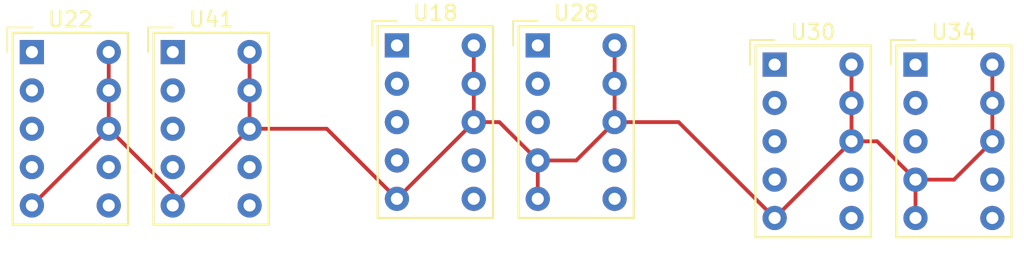
<source format=kicad_pcb>
(kicad_pcb (version 20171130) (host pcbnew "(5.1.9)-1")

  (general
    (thickness 1.6)
    (drawings 0)
    (tracks 32)
    (zones 0)
    (modules 6)
    (nets 36)
  )

  (page A4)
  (layers
    (0 F.Cu signal)
    (31 B.Cu signal)
    (32 B.Adhes user)
    (33 F.Adhes user)
    (34 B.Paste user)
    (35 F.Paste user)
    (36 B.SilkS user)
    (37 F.SilkS user)
    (38 B.Mask user)
    (39 F.Mask user)
    (40 Dwgs.User user)
    (41 Cmts.User user)
    (42 Eco1.User user)
    (43 Eco2.User user)
    (44 Edge.Cuts user)
    (45 Margin user)
    (46 B.CrtYd user)
    (47 F.CrtYd user)
    (48 B.Fab user)
    (49 F.Fab user)
  )

  (setup
    (last_trace_width 0.25)
    (user_trace_width 0.25)
    (trace_clearance 0.2)
    (zone_clearance 0.508)
    (zone_45_only no)
    (trace_min 0.2)
    (via_size 0.8)
    (via_drill 0.4)
    (via_min_size 0.4)
    (via_min_drill 0.3)
    (uvia_size 0.3)
    (uvia_drill 0.1)
    (uvias_allowed no)
    (uvia_min_size 0.2)
    (uvia_min_drill 0.1)
    (edge_width 0.05)
    (segment_width 0.2)
    (pcb_text_width 0.3)
    (pcb_text_size 1.5 1.5)
    (mod_edge_width 0.12)
    (mod_text_size 1 1)
    (mod_text_width 0.15)
    (pad_size 1.524 1.524)
    (pad_drill 0.762)
    (pad_to_mask_clearance 0)
    (aux_axis_origin 0 0)
    (visible_elements FFFFFF7F)
    (pcbplotparams
      (layerselection 0x010fc_ffffffff)
      (usegerberextensions false)
      (usegerberattributes true)
      (usegerberadvancedattributes true)
      (creategerberjobfile true)
      (excludeedgelayer true)
      (linewidth 0.100000)
      (plotframeref false)
      (viasonmask false)
      (mode 1)
      (useauxorigin false)
      (hpglpennumber 1)
      (hpglpenspeed 20)
      (hpglpendiameter 15.000000)
      (psnegative false)
      (psa4output false)
      (plotreference true)
      (plotvalue true)
      (plotinvisibletext false)
      (padsonsilk false)
      (subtractmaskfromsilk false)
      (outputformat 1)
      (mirror false)
      (drillshape 1)
      (scaleselection 1)
      (outputdirectory ""))
  )

  (net 0 "")
  (net 1 "Net-(U18-Pad1)")
  (net 2 "Net-(U16-Pad15)")
  (net 3 "Net-(U12-Pad15)")
  (net 4 "Net-(U17-Pad1)")
  (net 5 GND)
  (net 6 "Net-(U18-Pad6)")
  (net 7 "Net-(U12-Pad1)")
  (net 8 "Net-(U2-Pad15)")
  (net 9 "Net-(U22-Pad6)")
  (net 10 "Net-(U20-Pad1)")
  (net 11 "Net-(U14-Pad1)")
  (net 12 "Net-(U14-Pad15)")
  (net 13 "Net-(U22-Pad1)")
  (net 14 "Net-(U15-Pad15)")
  (net 15 "Net-(U28-Pad6)")
  (net 16 "Net-(U19-Pad2)")
  (net 17 "Net-(U10-Pad2)")
  (net 18 "Net-(U28-Pad1)")
  (net 19 "Net-(U30-Pad1)")
  (net 20 "Net-(U30-Pad2)")
  (net 21 "Net-(U30-Pad3)")
  (net 22 "Net-(U29-Pad2)")
  (net 23 "Net-(U30-Pad6)")
  (net 24 "Net-(U30-Pad7)")
  (net 25 "Net-(U33-Pad15)")
  (net 26 "Net-(U34-Pad6)")
  (net 27 "Net-(U34-Pad3)")
  (net 28 "Net-(U34-Pad2)")
  (net 29 "Net-(U34-Pad1)")
  (net 30 "Net-(U41-Pad1)")
  (net 31 "Net-(U41-Pad2)")
  (net 32 "Net-(U41-Pad3)")
  (net 33 "Net-(U36-Pad1)")
  (net 34 "Net-(U41-Pad6)")
  (net 35 "Net-(U32-Pad15)")

  (net_class Default "This is the default net class."
    (clearance 0.2)
    (trace_width 0.25)
    (via_dia 0.8)
    (via_drill 0.4)
    (uvia_dia 0.3)
    (uvia_drill 0.1)
    (add_net GND)
    (add_net "Net-(U10-Pad2)")
    (add_net "Net-(U12-Pad1)")
    (add_net "Net-(U12-Pad15)")
    (add_net "Net-(U14-Pad1)")
    (add_net "Net-(U14-Pad15)")
    (add_net "Net-(U15-Pad15)")
    (add_net "Net-(U16-Pad15)")
    (add_net "Net-(U17-Pad1)")
    (add_net "Net-(U18-Pad1)")
    (add_net "Net-(U18-Pad6)")
    (add_net "Net-(U19-Pad2)")
    (add_net "Net-(U2-Pad15)")
    (add_net "Net-(U20-Pad1)")
    (add_net "Net-(U22-Pad1)")
    (add_net "Net-(U22-Pad6)")
    (add_net "Net-(U28-Pad1)")
    (add_net "Net-(U28-Pad6)")
    (add_net "Net-(U29-Pad2)")
    (add_net "Net-(U30-Pad1)")
    (add_net "Net-(U30-Pad2)")
    (add_net "Net-(U30-Pad3)")
    (add_net "Net-(U30-Pad6)")
    (add_net "Net-(U30-Pad7)")
    (add_net "Net-(U32-Pad15)")
    (add_net "Net-(U33-Pad15)")
    (add_net "Net-(U34-Pad1)")
    (add_net "Net-(U34-Pad2)")
    (add_net "Net-(U34-Pad3)")
    (add_net "Net-(U34-Pad6)")
    (add_net "Net-(U36-Pad1)")
    (add_net "Net-(U41-Pad1)")
    (add_net "Net-(U41-Pad2)")
    (add_net "Net-(U41-Pad3)")
    (add_net "Net-(U41-Pad6)")
  )

  (module Display_7Segment:HDSP-7401 (layer F.Cu) (tedit 5A9EC768) (tstamp 606397AE)
    (at 53.760001 76.620001)
    (descr "One digit 7 segment yellow, https://docs.broadcom.com/docs/AV02-2553EN")
    (tags "One digit 7 segment yellow")
    (path /6065F1A3)
    (fp_text reference U18 (at 2.54 -2.159) (layer F.SilkS)
      (effects (font (size 1 1) (thickness 0.15)))
    )
    (fp_text value HDSP-7403 (at 2.54 12.7) (layer F.Fab)
      (effects (font (size 1 1) (thickness 0.15)))
    )
    (fp_line (start -1.63 -1.63) (end 0 -1.63) (layer F.SilkS) (width 0.12))
    (fp_line (start -1.63 0) (end -1.63 -1.63) (layer F.SilkS) (width 0.12))
    (fp_line (start 6.35 -1.27) (end -1.27 -1.27) (layer F.SilkS) (width 0.15))
    (fp_line (start -1.27 -1.27) (end -1.27 11.43) (layer F.SilkS) (width 0.15))
    (fp_line (start -1.27 11.43) (end 6.35 11.43) (layer F.SilkS) (width 0.15))
    (fp_line (start 6.35 11.43) (end 6.35 -1.27) (layer F.SilkS) (width 0.15))
    (fp_line (start 6.2 -1.1) (end 6.2 11.3) (layer F.Fab) (width 0.1))
    (fp_line (start 6.2 11.3) (end -1.1 11.3) (layer F.Fab) (width 0.1))
    (fp_line (start -1.1 11.3) (end -1.1 -0.1) (layer F.Fab) (width 0.1))
    (fp_line (start -1.1 -0.1) (end -0.1 -1.1) (layer F.Fab) (width 0.1))
    (fp_line (start -0.1 -1.1) (end 6.2 -1.1) (layer F.Fab) (width 0.1))
    (fp_line (start 6.6 -1.5) (end 6.6 11.7) (layer F.CrtYd) (width 0.05))
    (fp_line (start 6.6 11.7) (end -1.5 11.7) (layer F.CrtYd) (width 0.05))
    (fp_line (start -1.5 11.7) (end -1.5 -1.5) (layer F.CrtYd) (width 0.05))
    (fp_line (start -1.5 -1.5) (end 6.6 -1.5) (layer F.CrtYd) (width 0.05))
    (fp_text user %R (at 2.573 5.08) (layer F.Fab)
      (effects (font (size 1 1) (thickness 0.15)))
    )
    (pad 1 thru_hole rect (at 0 0) (size 1.6 1.6) (drill 0.8) (layers *.Cu *.Mask)
      (net 1 "Net-(U18-Pad1)"))
    (pad 2 thru_hole circle (at 0 2.54) (size 1.6 1.6) (drill 0.8) (layers *.Cu *.Mask)
      (net 2 "Net-(U16-Pad15)"))
    (pad 3 thru_hole circle (at 0 5.08) (size 1.6 1.6) (drill 0.8) (layers *.Cu *.Mask)
      (net 3 "Net-(U12-Pad15)"))
    (pad 4 thru_hole circle (at 0 7.62) (size 1.6 1.6) (drill 0.8) (layers *.Cu *.Mask)
      (net 4 "Net-(U17-Pad1)"))
    (pad 5 thru_hole circle (at 0 10.16) (size 1.6 1.6) (drill 0.8) (layers *.Cu *.Mask)
      (net 5 GND))
    (pad 6 thru_hole circle (at 5.08 10.16) (size 1.6 1.6) (drill 0.8) (layers *.Cu *.Mask)
      (net 6 "Net-(U18-Pad6)"))
    (pad 7 thru_hole circle (at 5.08 7.62) (size 1.6 1.6) (drill 0.8) (layers *.Cu *.Mask)
      (net 7 "Net-(U12-Pad1)"))
    (pad 8 thru_hole circle (at 5.08 5.08) (size 1.6 1.6) (drill 0.8) (layers *.Cu *.Mask)
      (net 5 GND))
    (pad 9 thru_hole circle (at 5.08 2.54) (size 1.6 1.6) (drill 0.8) (layers *.Cu *.Mask)
      (net 5 GND))
    (pad 10 thru_hole circle (at 5.08 0) (size 1.6 1.6) (drill 0.8) (layers *.Cu *.Mask)
      (net 5 GND))
    (model ${KISYS3DMOD}/Display_7Segment.3dshapes/HDSP-7401.wrl
      (at (xyz 0 0 0))
      (scale (xyz 1 1 1))
      (rotate (xyz 0 0 0))
    )
  )

  (module Display_7Segment:HDSP-7401 (layer F.Cu) (tedit 5A9EC768) (tstamp 606397CC)
    (at 29.630001 77.060001)
    (descr "One digit 7 segment yellow, https://docs.broadcom.com/docs/AV02-2553EN")
    (tags "One digit 7 segment yellow")
    (path /6065F4D3)
    (fp_text reference U22 (at 2.54 -2.159) (layer F.SilkS)
      (effects (font (size 1 1) (thickness 0.15)))
    )
    (fp_text value HDSP-7403 (at 2.54 12.7) (layer F.Fab)
      (effects (font (size 1 1) (thickness 0.15)))
    )
    (fp_text user %R (at 2.573 5.08) (layer F.Fab)
      (effects (font (size 1 1) (thickness 0.15)))
    )
    (fp_line (start -1.5 -1.5) (end 6.6 -1.5) (layer F.CrtYd) (width 0.05))
    (fp_line (start -1.5 11.7) (end -1.5 -1.5) (layer F.CrtYd) (width 0.05))
    (fp_line (start 6.6 11.7) (end -1.5 11.7) (layer F.CrtYd) (width 0.05))
    (fp_line (start 6.6 -1.5) (end 6.6 11.7) (layer F.CrtYd) (width 0.05))
    (fp_line (start -0.1 -1.1) (end 6.2 -1.1) (layer F.Fab) (width 0.1))
    (fp_line (start -1.1 -0.1) (end -0.1 -1.1) (layer F.Fab) (width 0.1))
    (fp_line (start -1.1 11.3) (end -1.1 -0.1) (layer F.Fab) (width 0.1))
    (fp_line (start 6.2 11.3) (end -1.1 11.3) (layer F.Fab) (width 0.1))
    (fp_line (start 6.2 -1.1) (end 6.2 11.3) (layer F.Fab) (width 0.1))
    (fp_line (start 6.35 11.43) (end 6.35 -1.27) (layer F.SilkS) (width 0.15))
    (fp_line (start -1.27 11.43) (end 6.35 11.43) (layer F.SilkS) (width 0.15))
    (fp_line (start -1.27 -1.27) (end -1.27 11.43) (layer F.SilkS) (width 0.15))
    (fp_line (start 6.35 -1.27) (end -1.27 -1.27) (layer F.SilkS) (width 0.15))
    (fp_line (start -1.63 0) (end -1.63 -1.63) (layer F.SilkS) (width 0.12))
    (fp_line (start -1.63 -1.63) (end 0 -1.63) (layer F.SilkS) (width 0.12))
    (pad 10 thru_hole circle (at 5.08 0) (size 1.6 1.6) (drill 0.8) (layers *.Cu *.Mask)
      (net 5 GND))
    (pad 9 thru_hole circle (at 5.08 2.54) (size 1.6 1.6) (drill 0.8) (layers *.Cu *.Mask)
      (net 5 GND))
    (pad 8 thru_hole circle (at 5.08 5.08) (size 1.6 1.6) (drill 0.8) (layers *.Cu *.Mask)
      (net 5 GND))
    (pad 7 thru_hole circle (at 5.08 7.62) (size 1.6 1.6) (drill 0.8) (layers *.Cu *.Mask)
      (net 8 "Net-(U2-Pad15)"))
    (pad 6 thru_hole circle (at 5.08 10.16) (size 1.6 1.6) (drill 0.8) (layers *.Cu *.Mask)
      (net 9 "Net-(U22-Pad6)"))
    (pad 5 thru_hole circle (at 0 10.16) (size 1.6 1.6) (drill 0.8) (layers *.Cu *.Mask)
      (net 5 GND))
    (pad 4 thru_hole circle (at 0 7.62) (size 1.6 1.6) (drill 0.8) (layers *.Cu *.Mask)
      (net 10 "Net-(U20-Pad1)"))
    (pad 3 thru_hole circle (at 0 5.08) (size 1.6 1.6) (drill 0.8) (layers *.Cu *.Mask)
      (net 11 "Net-(U14-Pad1)"))
    (pad 2 thru_hole circle (at 0 2.54) (size 1.6 1.6) (drill 0.8) (layers *.Cu *.Mask)
      (net 12 "Net-(U14-Pad15)"))
    (pad 1 thru_hole rect (at 0 0) (size 1.6 1.6) (drill 0.8) (layers *.Cu *.Mask)
      (net 13 "Net-(U22-Pad1)"))
    (model ${KISYS3DMOD}/Display_7Segment.3dshapes/HDSP-7401.wrl
      (at (xyz 0 0 0))
      (scale (xyz 1 1 1))
      (rotate (xyz 0 0 0))
    )
  )

  (module Display_7Segment:HDSP-7401 (layer F.Cu) (tedit 5A9EC768) (tstamp 606397EA)
    (at 63.070001 76.620001)
    (descr "One digit 7 segment yellow, https://docs.broadcom.com/docs/AV02-2553EN")
    (tags "One digit 7 segment yellow")
    (path /6065E119)
    (fp_text reference U28 (at 2.54 -2.159) (layer F.SilkS)
      (effects (font (size 1 1) (thickness 0.15)))
    )
    (fp_text value HDSP-7403 (at 2.54 12.7) (layer F.Fab)
      (effects (font (size 1 1) (thickness 0.15)))
    )
    (fp_text user %R (at 2.573 5.08) (layer F.Fab)
      (effects (font (size 1 1) (thickness 0.15)))
    )
    (fp_line (start -1.5 -1.5) (end 6.6 -1.5) (layer F.CrtYd) (width 0.05))
    (fp_line (start -1.5 11.7) (end -1.5 -1.5) (layer F.CrtYd) (width 0.05))
    (fp_line (start 6.6 11.7) (end -1.5 11.7) (layer F.CrtYd) (width 0.05))
    (fp_line (start 6.6 -1.5) (end 6.6 11.7) (layer F.CrtYd) (width 0.05))
    (fp_line (start -0.1 -1.1) (end 6.2 -1.1) (layer F.Fab) (width 0.1))
    (fp_line (start -1.1 -0.1) (end -0.1 -1.1) (layer F.Fab) (width 0.1))
    (fp_line (start -1.1 11.3) (end -1.1 -0.1) (layer F.Fab) (width 0.1))
    (fp_line (start 6.2 11.3) (end -1.1 11.3) (layer F.Fab) (width 0.1))
    (fp_line (start 6.2 -1.1) (end 6.2 11.3) (layer F.Fab) (width 0.1))
    (fp_line (start 6.35 11.43) (end 6.35 -1.27) (layer F.SilkS) (width 0.15))
    (fp_line (start -1.27 11.43) (end 6.35 11.43) (layer F.SilkS) (width 0.15))
    (fp_line (start -1.27 -1.27) (end -1.27 11.43) (layer F.SilkS) (width 0.15))
    (fp_line (start 6.35 -1.27) (end -1.27 -1.27) (layer F.SilkS) (width 0.15))
    (fp_line (start -1.63 0) (end -1.63 -1.63) (layer F.SilkS) (width 0.12))
    (fp_line (start -1.63 -1.63) (end 0 -1.63) (layer F.SilkS) (width 0.12))
    (pad 10 thru_hole circle (at 5.08 0) (size 1.6 1.6) (drill 0.8) (layers *.Cu *.Mask)
      (net 5 GND))
    (pad 9 thru_hole circle (at 5.08 2.54) (size 1.6 1.6) (drill 0.8) (layers *.Cu *.Mask)
      (net 5 GND))
    (pad 8 thru_hole circle (at 5.08 5.08) (size 1.6 1.6) (drill 0.8) (layers *.Cu *.Mask)
      (net 5 GND))
    (pad 7 thru_hole circle (at 5.08 7.62) (size 1.6 1.6) (drill 0.8) (layers *.Cu *.Mask)
      (net 14 "Net-(U15-Pad15)"))
    (pad 6 thru_hole circle (at 5.08 10.16) (size 1.6 1.6) (drill 0.8) (layers *.Cu *.Mask)
      (net 15 "Net-(U28-Pad6)"))
    (pad 5 thru_hole circle (at 0 10.16) (size 1.6 1.6) (drill 0.8) (layers *.Cu *.Mask)
      (net 5 GND))
    (pad 4 thru_hole circle (at 0 7.62) (size 1.6 1.6) (drill 0.8) (layers *.Cu *.Mask)
      (net 5 GND))
    (pad 3 thru_hole circle (at 0 5.08) (size 1.6 1.6) (drill 0.8) (layers *.Cu *.Mask)
      (net 16 "Net-(U19-Pad2)"))
    (pad 2 thru_hole circle (at 0 2.54) (size 1.6 1.6) (drill 0.8) (layers *.Cu *.Mask)
      (net 17 "Net-(U10-Pad2)"))
    (pad 1 thru_hole rect (at 0 0) (size 1.6 1.6) (drill 0.8) (layers *.Cu *.Mask)
      (net 18 "Net-(U28-Pad1)"))
    (model ${KISYS3DMOD}/Display_7Segment.3dshapes/HDSP-7401.wrl
      (at (xyz 0 0 0))
      (scale (xyz 1 1 1))
      (rotate (xyz 0 0 0))
    )
  )

  (module Display_7Segment:HDSP-7401 (layer F.Cu) (tedit 5A9EC768) (tstamp 60639808)
    (at 78.730001 77.890001)
    (descr "One digit 7 segment yellow, https://docs.broadcom.com/docs/AV02-2553EN")
    (tags "One digit 7 segment yellow")
    (path /6065CD07)
    (fp_text reference U30 (at 2.54 -2.159) (layer F.SilkS)
      (effects (font (size 1 1) (thickness 0.15)))
    )
    (fp_text value HDSP-7403 (at 2.54 12.7) (layer F.Fab)
      (effects (font (size 1 1) (thickness 0.15)))
    )
    (fp_line (start -1.63 -1.63) (end 0 -1.63) (layer F.SilkS) (width 0.12))
    (fp_line (start -1.63 0) (end -1.63 -1.63) (layer F.SilkS) (width 0.12))
    (fp_line (start 6.35 -1.27) (end -1.27 -1.27) (layer F.SilkS) (width 0.15))
    (fp_line (start -1.27 -1.27) (end -1.27 11.43) (layer F.SilkS) (width 0.15))
    (fp_line (start -1.27 11.43) (end 6.35 11.43) (layer F.SilkS) (width 0.15))
    (fp_line (start 6.35 11.43) (end 6.35 -1.27) (layer F.SilkS) (width 0.15))
    (fp_line (start 6.2 -1.1) (end 6.2 11.3) (layer F.Fab) (width 0.1))
    (fp_line (start 6.2 11.3) (end -1.1 11.3) (layer F.Fab) (width 0.1))
    (fp_line (start -1.1 11.3) (end -1.1 -0.1) (layer F.Fab) (width 0.1))
    (fp_line (start -1.1 -0.1) (end -0.1 -1.1) (layer F.Fab) (width 0.1))
    (fp_line (start -0.1 -1.1) (end 6.2 -1.1) (layer F.Fab) (width 0.1))
    (fp_line (start 6.6 -1.5) (end 6.6 11.7) (layer F.CrtYd) (width 0.05))
    (fp_line (start 6.6 11.7) (end -1.5 11.7) (layer F.CrtYd) (width 0.05))
    (fp_line (start -1.5 11.7) (end -1.5 -1.5) (layer F.CrtYd) (width 0.05))
    (fp_line (start -1.5 -1.5) (end 6.6 -1.5) (layer F.CrtYd) (width 0.05))
    (fp_text user %R (at 2.573 5.08) (layer F.Fab)
      (effects (font (size 1 1) (thickness 0.15)))
    )
    (pad 1 thru_hole rect (at 0 0) (size 1.6 1.6) (drill 0.8) (layers *.Cu *.Mask)
      (net 19 "Net-(U30-Pad1)"))
    (pad 2 thru_hole circle (at 0 2.54) (size 1.6 1.6) (drill 0.8) (layers *.Cu *.Mask)
      (net 20 "Net-(U30-Pad2)"))
    (pad 3 thru_hole circle (at 0 5.08) (size 1.6 1.6) (drill 0.8) (layers *.Cu *.Mask)
      (net 21 "Net-(U30-Pad3)"))
    (pad 4 thru_hole circle (at 0 7.62) (size 1.6 1.6) (drill 0.8) (layers *.Cu *.Mask)
      (net 22 "Net-(U29-Pad2)"))
    (pad 5 thru_hole circle (at 0 10.16) (size 1.6 1.6) (drill 0.8) (layers *.Cu *.Mask)
      (net 5 GND))
    (pad 6 thru_hole circle (at 5.08 10.16) (size 1.6 1.6) (drill 0.8) (layers *.Cu *.Mask)
      (net 23 "Net-(U30-Pad6)"))
    (pad 7 thru_hole circle (at 5.08 7.62) (size 1.6 1.6) (drill 0.8) (layers *.Cu *.Mask)
      (net 24 "Net-(U30-Pad7)"))
    (pad 8 thru_hole circle (at 5.08 5.08) (size 1.6 1.6) (drill 0.8) (layers *.Cu *.Mask)
      (net 5 GND))
    (pad 9 thru_hole circle (at 5.08 2.54) (size 1.6 1.6) (drill 0.8) (layers *.Cu *.Mask)
      (net 5 GND))
    (pad 10 thru_hole circle (at 5.08 0) (size 1.6 1.6) (drill 0.8) (layers *.Cu *.Mask)
      (net 5 GND))
    (model ${KISYS3DMOD}/Display_7Segment.3dshapes/HDSP-7401.wrl
      (at (xyz 0 0 0))
      (scale (xyz 1 1 1))
      (rotate (xyz 0 0 0))
    )
  )

  (module Display_7Segment:HDSP-7401 (layer F.Cu) (tedit 5A9EC768) (tstamp 60639826)
    (at 88.040001 77.890001)
    (descr "One digit 7 segment yellow, https://docs.broadcom.com/docs/AV02-2553EN")
    (tags "One digit 7 segment yellow")
    (path /6065B29E)
    (fp_text reference U34 (at 2.54 -2.159) (layer F.SilkS)
      (effects (font (size 1 1) (thickness 0.15)))
    )
    (fp_text value HDSP-7403 (at 2.54 12.7) (layer F.Fab)
      (effects (font (size 1 1) (thickness 0.15)))
    )
    (fp_text user %R (at 2.573 5.08) (layer F.Fab)
      (effects (font (size 1 1) (thickness 0.15)))
    )
    (fp_line (start -1.5 -1.5) (end 6.6 -1.5) (layer F.CrtYd) (width 0.05))
    (fp_line (start -1.5 11.7) (end -1.5 -1.5) (layer F.CrtYd) (width 0.05))
    (fp_line (start 6.6 11.7) (end -1.5 11.7) (layer F.CrtYd) (width 0.05))
    (fp_line (start 6.6 -1.5) (end 6.6 11.7) (layer F.CrtYd) (width 0.05))
    (fp_line (start -0.1 -1.1) (end 6.2 -1.1) (layer F.Fab) (width 0.1))
    (fp_line (start -1.1 -0.1) (end -0.1 -1.1) (layer F.Fab) (width 0.1))
    (fp_line (start -1.1 11.3) (end -1.1 -0.1) (layer F.Fab) (width 0.1))
    (fp_line (start 6.2 11.3) (end -1.1 11.3) (layer F.Fab) (width 0.1))
    (fp_line (start 6.2 -1.1) (end 6.2 11.3) (layer F.Fab) (width 0.1))
    (fp_line (start 6.35 11.43) (end 6.35 -1.27) (layer F.SilkS) (width 0.15))
    (fp_line (start -1.27 11.43) (end 6.35 11.43) (layer F.SilkS) (width 0.15))
    (fp_line (start -1.27 -1.27) (end -1.27 11.43) (layer F.SilkS) (width 0.15))
    (fp_line (start 6.35 -1.27) (end -1.27 -1.27) (layer F.SilkS) (width 0.15))
    (fp_line (start -1.63 0) (end -1.63 -1.63) (layer F.SilkS) (width 0.12))
    (fp_line (start -1.63 -1.63) (end 0 -1.63) (layer F.SilkS) (width 0.12))
    (pad 10 thru_hole circle (at 5.08 0) (size 1.6 1.6) (drill 0.8) (layers *.Cu *.Mask)
      (net 5 GND))
    (pad 9 thru_hole circle (at 5.08 2.54) (size 1.6 1.6) (drill 0.8) (layers *.Cu *.Mask)
      (net 5 GND))
    (pad 8 thru_hole circle (at 5.08 5.08) (size 1.6 1.6) (drill 0.8) (layers *.Cu *.Mask)
      (net 5 GND))
    (pad 7 thru_hole circle (at 5.08 7.62) (size 1.6 1.6) (drill 0.8) (layers *.Cu *.Mask)
      (net 25 "Net-(U33-Pad15)"))
    (pad 6 thru_hole circle (at 5.08 10.16) (size 1.6 1.6) (drill 0.8) (layers *.Cu *.Mask)
      (net 26 "Net-(U34-Pad6)"))
    (pad 5 thru_hole circle (at 0 10.16) (size 1.6 1.6) (drill 0.8) (layers *.Cu *.Mask)
      (net 5 GND))
    (pad 4 thru_hole circle (at 0 7.62) (size 1.6 1.6) (drill 0.8) (layers *.Cu *.Mask)
      (net 5 GND))
    (pad 3 thru_hole circle (at 0 5.08) (size 1.6 1.6) (drill 0.8) (layers *.Cu *.Mask)
      (net 27 "Net-(U34-Pad3)"))
    (pad 2 thru_hole circle (at 0 2.54) (size 1.6 1.6) (drill 0.8) (layers *.Cu *.Mask)
      (net 28 "Net-(U34-Pad2)"))
    (pad 1 thru_hole rect (at 0 0) (size 1.6 1.6) (drill 0.8) (layers *.Cu *.Mask)
      (net 29 "Net-(U34-Pad1)"))
    (model ${KISYS3DMOD}/Display_7Segment.3dshapes/HDSP-7401.wrl
      (at (xyz 0 0 0))
      (scale (xyz 1 1 1))
      (rotate (xyz 0 0 0))
    )
  )

  (module Display_7Segment:HDSP-7401 (layer F.Cu) (tedit 5A9EC768) (tstamp 60639844)
    (at 38.940001 77.060001)
    (descr "One digit 7 segment yellow, https://docs.broadcom.com/docs/AV02-2553EN")
    (tags "One digit 7 segment yellow")
    (path /6065A204)
    (fp_text reference U41 (at 2.54 -2.159) (layer F.SilkS)
      (effects (font (size 1 1) (thickness 0.15)))
    )
    (fp_text value HDSP-7403 (at 2.54 12.7) (layer F.Fab)
      (effects (font (size 1 1) (thickness 0.15)))
    )
    (fp_line (start -1.63 -1.63) (end 0 -1.63) (layer F.SilkS) (width 0.12))
    (fp_line (start -1.63 0) (end -1.63 -1.63) (layer F.SilkS) (width 0.12))
    (fp_line (start 6.35 -1.27) (end -1.27 -1.27) (layer F.SilkS) (width 0.15))
    (fp_line (start -1.27 -1.27) (end -1.27 11.43) (layer F.SilkS) (width 0.15))
    (fp_line (start -1.27 11.43) (end 6.35 11.43) (layer F.SilkS) (width 0.15))
    (fp_line (start 6.35 11.43) (end 6.35 -1.27) (layer F.SilkS) (width 0.15))
    (fp_line (start 6.2 -1.1) (end 6.2 11.3) (layer F.Fab) (width 0.1))
    (fp_line (start 6.2 11.3) (end -1.1 11.3) (layer F.Fab) (width 0.1))
    (fp_line (start -1.1 11.3) (end -1.1 -0.1) (layer F.Fab) (width 0.1))
    (fp_line (start -1.1 -0.1) (end -0.1 -1.1) (layer F.Fab) (width 0.1))
    (fp_line (start -0.1 -1.1) (end 6.2 -1.1) (layer F.Fab) (width 0.1))
    (fp_line (start 6.6 -1.5) (end 6.6 11.7) (layer F.CrtYd) (width 0.05))
    (fp_line (start 6.6 11.7) (end -1.5 11.7) (layer F.CrtYd) (width 0.05))
    (fp_line (start -1.5 11.7) (end -1.5 -1.5) (layer F.CrtYd) (width 0.05))
    (fp_line (start -1.5 -1.5) (end 6.6 -1.5) (layer F.CrtYd) (width 0.05))
    (fp_text user %R (at 2.573 5.08) (layer F.Fab)
      (effects (font (size 1 1) (thickness 0.15)))
    )
    (pad 1 thru_hole rect (at 0 0) (size 1.6 1.6) (drill 0.8) (layers *.Cu *.Mask)
      (net 30 "Net-(U41-Pad1)"))
    (pad 2 thru_hole circle (at 0 2.54) (size 1.6 1.6) (drill 0.8) (layers *.Cu *.Mask)
      (net 31 "Net-(U41-Pad2)"))
    (pad 3 thru_hole circle (at 0 5.08) (size 1.6 1.6) (drill 0.8) (layers *.Cu *.Mask)
      (net 32 "Net-(U41-Pad3)"))
    (pad 4 thru_hole circle (at 0 7.62) (size 1.6 1.6) (drill 0.8) (layers *.Cu *.Mask)
      (net 33 "Net-(U36-Pad1)"))
    (pad 5 thru_hole circle (at 0 10.16) (size 1.6 1.6) (drill 0.8) (layers *.Cu *.Mask)
      (net 5 GND))
    (pad 6 thru_hole circle (at 5.08 10.16) (size 1.6 1.6) (drill 0.8) (layers *.Cu *.Mask)
      (net 34 "Net-(U41-Pad6)"))
    (pad 7 thru_hole circle (at 5.08 7.62) (size 1.6 1.6) (drill 0.8) (layers *.Cu *.Mask)
      (net 35 "Net-(U32-Pad15)"))
    (pad 8 thru_hole circle (at 5.08 5.08) (size 1.6 1.6) (drill 0.8) (layers *.Cu *.Mask)
      (net 5 GND))
    (pad 9 thru_hole circle (at 5.08 2.54) (size 1.6 1.6) (drill 0.8) (layers *.Cu *.Mask)
      (net 5 GND))
    (pad 10 thru_hole circle (at 5.08 0) (size 1.6 1.6) (drill 0.8) (layers *.Cu *.Mask)
      (net 5 GND))
    (model ${KISYS3DMOD}/Display_7Segment.3dshapes/HDSP-7401.wrl
      (at (xyz 0 0 0))
      (scale (xyz 1 1 1))
      (rotate (xyz 0 0 0))
    )
  )

  (segment (start 29.630001 87.220001) (end 34.710001 82.140001) (width 0.25) (layer F.Cu) (net 5))
  (segment (start 34.710001 79.600001) (end 34.710001 82.140001) (width 0.25) (layer F.Cu) (net 5))
  (segment (start 34.710001 77.060001) (end 34.710001 79.600001) (width 0.25) (layer F.Cu) (net 5))
  (segment (start 38.940001 86.370001) (end 38.940001 87.220001) (width 0.25) (layer F.Cu) (net 5))
  (segment (start 34.710001 82.140001) (end 38.940001 86.370001) (width 0.25) (layer F.Cu) (net 5))
  (segment (start 38.940001 87.220001) (end 44.020001 82.140001) (width 0.25) (layer F.Cu) (net 5))
  (segment (start 44.020001 82.140001) (end 44.020001 79.600001) (width 0.25) (layer F.Cu) (net 5))
  (segment (start 44.020001 79.600001) (end 44.020001 77.060001) (width 0.25) (layer F.Cu) (net 5))
  (segment (start 49.120001 82.140001) (end 53.760001 86.780001) (width 0.25) (layer F.Cu) (net 5))
  (segment (start 44.020001 82.140001) (end 49.120001 82.140001) (width 0.25) (layer F.Cu) (net 5))
  (segment (start 53.760001 86.780001) (end 58.840001 81.700001) (width 0.25) (layer F.Cu) (net 5))
  (segment (start 58.840001 81.700001) (end 58.840001 79.160001) (width 0.25) (layer F.Cu) (net 5))
  (segment (start 58.840001 76.620001) (end 58.840001 79.160001) (width 0.25) (layer F.Cu) (net 5))
  (segment (start 60.530001 81.700001) (end 63.070001 84.240001) (width 0.25) (layer F.Cu) (net 5))
  (segment (start 58.840001 81.700001) (end 60.530001 81.700001) (width 0.25) (layer F.Cu) (net 5))
  (segment (start 63.070001 84.240001) (end 63.070001 86.780001) (width 0.25) (layer F.Cu) (net 5))
  (segment (start 65.610001 84.240001) (end 68.150001 81.700001) (width 0.25) (layer F.Cu) (net 5))
  (segment (start 63.070001 84.240001) (end 65.610001 84.240001) (width 0.25) (layer F.Cu) (net 5))
  (segment (start 68.150001 81.700001) (end 68.150001 79.160001) (width 0.25) (layer F.Cu) (net 5))
  (segment (start 68.150001 79.160001) (end 68.150001 76.620001) (width 0.25) (layer F.Cu) (net 5))
  (segment (start 72.380001 81.700001) (end 78.730001 88.050001) (width 0.25) (layer F.Cu) (net 5))
  (segment (start 68.150001 81.700001) (end 72.380001 81.700001) (width 0.25) (layer F.Cu) (net 5))
  (segment (start 78.730001 88.050001) (end 83.810001 82.970001) (width 0.25) (layer F.Cu) (net 5))
  (segment (start 83.810001 82.970001) (end 83.810001 80.430001) (width 0.25) (layer F.Cu) (net 5))
  (segment (start 83.810001 80.430001) (end 83.810001 77.890001) (width 0.25) (layer F.Cu) (net 5))
  (segment (start 85.500001 82.970001) (end 88.040001 85.510001) (width 0.25) (layer F.Cu) (net 5))
  (segment (start 83.810001 82.970001) (end 85.500001 82.970001) (width 0.25) (layer F.Cu) (net 5))
  (segment (start 88.040001 85.510001) (end 88.040001 88.050001) (width 0.25) (layer F.Cu) (net 5))
  (segment (start 90.580001 85.510001) (end 93.120001 82.970001) (width 0.25) (layer F.Cu) (net 5))
  (segment (start 88.040001 85.510001) (end 90.580001 85.510001) (width 0.25) (layer F.Cu) (net 5))
  (segment (start 93.120001 82.970001) (end 93.120001 80.430001) (width 0.25) (layer F.Cu) (net 5))
  (segment (start 93.120001 80.430001) (end 93.120001 77.890001) (width 0.25) (layer F.Cu) (net 5))

)

</source>
